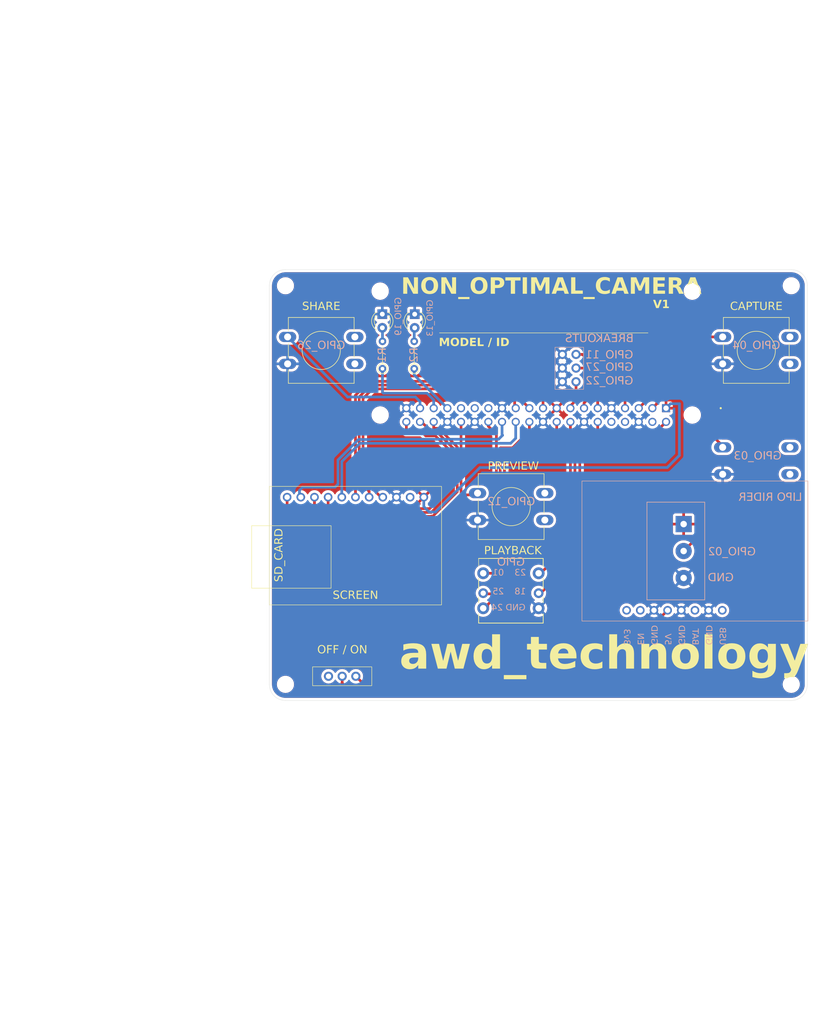
<source format=kicad_pcb>
(kicad_pcb (version 20241229) (generator "pcbnew") (generator_version "9.0")
  (layers (0 "F.Cu" signal) (2 "B.Cu" signal) (13 "F.Paste" user) (15 "B.Paste" user) (5 "F.SilkS" user "F.Silkscreen") (7 "B.SilkS" user "B.Silkscreen") (1 "F.Mask" user) (3 "B.Mask" user) (25 "Edge.Cuts" user))
  (net 0 "")
  (net 2 "GND")
  (net 6 "MISO")
  (net 11 "MOSI")
  (net 15 "Net-(U1-NO)")
  (net 16 "Net-(POW1-5V)")
  (net 18 "GPIO_24")
  (net 19 "GPIO_23")
  (net 20 "GPIO_25")
  (net 21 "CE1")
  (net 22 "CE0")
  (net 23 "SCLK")
  (net 24 "GPIO_15")
  (net 25 "GPIO_18")
  (net 26 "GPIO_20")
  (net 27 "GPIO_01")
  (net 28 "GPIO_21")
  (net 29 "GPIO_16")
  (net 32 "GPIO_19")
  (net 33 "GPIO_13")
  (net 34 "GPIO_26")
  (net 39 "GPIO_12")
  (net 40 "GPIO_02")
  (net 41 "GPIO_03")
  (net 42 "GPIO_04")
  (net 43 "GPIO_22")
  (net 44 "GPIO_27")
  (net 45 "GPIO_11")
  (net 46 "Net-(D1-A)")
  (net 47 "Net-(D2-A)")
  (net 49 "3v3")
  (footprint "Resistor_THT:R_Axial_DIN0204_L3.6mm_D1.6mm_P5.08mm_Vertical" (layer "F.Cu") (at 86.93 78.4 90)
    (property "Reference" "R2" (at 2.54 0 270) (layer "B.SilkS") (effects (font (size 1.5 1.5)) (justify mirror)))
    (property "Value" "R")
    (fp_line (start 0.92 0) (end 4.08 0) (stroke (width 0.12)) (layer "F.SilkS"))
    (fp_circle (center 0 0) (end 0.92 0) (stroke (width 0.12)) (fill no) (layer "F.SilkS"))
    (pad "1" thru_hole circle (at 0 0 90) (size 1.4 1.4) (drill 0.7) (layers "*.Cu" "*.Mask") (net 33 "GPIO_13"))
    (pad "2" thru_hole oval (at 5.08 0 90) (size 1.4 1.4) (drill 0.7) (layers "*.Cu" "*.Mask") (net 47 "Net-(D2-A)"))
  )
  (footprint "camera_base:TFT 1.14" (layer "F.Cu") (at 76.01 108.25 180)
    (property "Reference" "SCREEN" (at 0 -12.25 0) (layer "F.SilkS") (effects (font (size 1.5 1.5) (thickness 0.1))))
    (property "Value" "~")
    (fp_rect (start 4.53 -10.9) (end 19.3 0.7) (stroke (width 0.1)) (fill no) (layer "F.SilkS"))
    (fp_rect (start -16 -14) (end 16 8) (stroke (width 0.1)) (fill no) (layer "F.SilkS"))
    (fp_text user "SD_CARD" (at 13.31 -9.75 90) (layer "F.SilkS") (effects (font (size 1.5 1.5) (thickness 0.1)) (justify left bottom)))
    (pad "1" thru_hole circle (at -12.7 6 180) (size 1.6 1.6) (drill 1) (layers "*.Cu" "*.Mask") (net 49 "3v3"))
    (pad "2" thru_hole circle (at -10.16 6 180) (size 1.6 1.6) (drill 1) (layers "*.Cu" "*.Mask"))
    (pad "3" thru_hole circle (at -7.62 6 180) (size 1.6 1.6) (drill 1) (layers "*.Cu" "*.Mask") (net 2 "GND"))
    (pad "4" thru_hole circle (at -5.08 6 180) (size 1.6 1.6) (drill 1) (layers "*.Cu" "*.Mask") (net 23 "SCLK"))
    (pad "5" thru_hole circle (at -2.54 6 180) (size 1.6 1.6) (drill 1) (layers "*.Cu" "*.Mask") (net 6 "MISO"))
    (pad "6" thru_hole circle (at 0 6 180) (size 1.6 1.6) (drill 1) (layers "*.Cu" "*.Mask") (net 11 "MOSI"))
    (pad "7" thru_hole circle (at 2.54 6 180) (size 1.6 1.6) (drill 1) (layers "*.Cu" "*.Mask") (net 22 "CE0"))
    (pad "8" thru_hole circle (at 5.08 6 180) (size 1.6 1.6) (drill 1) (layers "*.Cu" "*.Mask") (net 28 "GPIO_21"))
    (pad "9" thru_hole circle (at 7.62 6 180) (size 1.6 1.6) (drill 1) (layers "*.Cu" "*.Mask") (net 26 "GPIO_20"))
    (pad "10" thru_hole circle (at 10.16 6 180) (size 1.6 1.6) (drill 1) (layers "*.Cu" "*.Mask") (net 21 "CE1"))
    (pad "11" thru_hole circle (at 12.7 6 180) (size 1.6 1.6) (drill 1) (layers "*.Cu" "*.Mask") (net 29 "GPIO_16"))
  )
  (footprint "Resistor_THT:R_Axial_DIN0204_L3.6mm_D1.6mm_P5.08mm_Vertical" (layer "F.Cu") (at 81.03 78.4 90)
    (property "Reference" "R1" (at 2.54 0 270) (layer "B.SilkS") (effects (font (size 1.5 1.5)) (justify mirror)))
    (property "Value" "R")
    (fp_line (start 0.92 0) (end 4.08 0) (stroke (width 0.12)) (layer "F.SilkS"))
    (fp_circle (center 0 0) (end 0.92 0) (stroke (width 0.12)) (fill no) (layer "F.SilkS"))
    (pad "1" thru_hole circle (at 0 0 90) (size 1.4 1.4) (drill 0.7) (layers "*.Cu" "*.Mask") (net 32 "GPIO_19"))
    (pad "2" thru_hole oval (at 5.08 0 90) (size 1.4 1.4) (drill 0.7) (layers "*.Cu" "*.Mask") (net 46 "Net-(D1-A)"))
  )
  (footprint "camera_base:5D_Button" (layer "F.Cu") (at 104.9 119.625)
    (property "Reference" "S4" (hide yes))
    (property "Value" "~")
    (fp_line (start -6 -6) (end 6 -6) (stroke (width 0.15)) (layer "F.SilkS"))
    (fp_line (start -6 -4.6) (end -6 -6) (stroke (width 0.1)) (layer "F.SilkS"))
    (fp_line (start -6 -2.3) (end -6 -0.3) (stroke (width 0.15)) (layer "F.SilkS"))
    (fp_line (start -6 1.2) (end -6 2.2) (stroke (width 0.15)) (layer "F.SilkS"))
    (fp_line (start -6 4.3) (end -6 6) (stroke (width 0.15)) (layer "F.SilkS"))
    (fp_line (start -6 6) (end 6 6) (stroke (width 0.15)) (layer "F.SilkS"))
    (fp_line (start 6 -6) (end 6 -4.5) (stroke (width 0.15)) (layer "F.SilkS"))
    (fp_line (start 6 -2.3) (end 6 -0.3) (stroke (width 0.15)) (layer "F.SilkS"))
    (fp_line (start 6 1.2) (end 6 2.2) (stroke (width 0.15)) (layer "F.SilkS"))
    (fp_line (start 6 6) (end 6 4.3) (stroke (width 0.15)) (layer "F.SilkS"))
    (fp_text user "GND" (at 2.7 3.825 0) (layer "B.SilkS") (effects (font (size 1.15 1.15) (thickness 0.1)) (justify left bottom mirror)))
    (pad "1" thru_hole circle (at -5.15 -3.25) (size 2.2 2.2) (drill 1.2) (layers "*.Cu" "*.Mask") (net 27 "GPIO_01"))
    (pad "2" thru_hole circle (at -5.15 0.45) (size 1.8 1.8) (drill 1) (layers "*.Cu" "*.Mask") (net 20 "GPIO_25"))
    (pad "3" thru_hole circle (at -5.15 3.25) (size 2.2 2.2) (drill 1.2) (layers "*.Cu" "*.Mask") (net 18 "GPIO_24"))
    (pad "4" thru_hole circle (at 5.15 3.25) (size 2.2 2.2) (drill 1.2) (layers "*.Cu" "*.Mask") (net 2 "GND"))
    (pad "5" thru_hole circle (at 5.15 0.45) (size 1.8 1.8) (drill 1) (layers "*.Cu" "*.Mask") (net 25 "GPIO_18"))
    (pad "6" thru_hole circle (at 5.15 -3.25) (size 2.2 2.2) (drill 1.2) (layers "*.Cu" "*.Mask") (net 19 "GPIO_23"))
  )
  (footprint "RASPBERRY_PI_ZERO_2_W:MODULE_RASPBERRY_PI_ZERO_2_W" (layer "F.Cu") (at 109.6 75.5 180)
    (property "Reference" "J1" (hide yes))
    (property "Value" "Raspberry_Pi_4" (hide yes))
    (fp_circle (center -34.29 -10.23) (end -34.19 -10.23) (stroke (width 0.2)) (fill no) (layer "F.SilkS"))
    (pad "" np_thru_hole circle (at -29 -11.5 180) (size 2.75 2.75) (drill 2.75) (layers "*.Cu" "*.Mask"))
    (pad "" np_thru_hole circle (at -29 11.5 180) (size 2.75 2.75) (drill 2.75) (layers "*.Cu" "*.Mask"))
    (pad "" np_thru_hole circle (at 29 -11.5 180) (size 2.75 2.75) (drill 2.75) (layers "*.Cu" "*.Mask"))
    (pad "" np_thru_hole circle (at 29 11.5 180) (size 2.75 2.75) (drill 2.75) (layers "*.Cu" "*.Mask"))
    (pad "1" thru_hole rect (at -24.13 -10.23 180) (size 1.508 1.508) (drill 1) (layers "*.Cu" "*.Mask") (net 49 "3v3"))
    (pad "2" thru_hole circle (at -24.13 -12.77 180) (size 1.508 1.508) (drill 1) (layers "*.Cu" "*.Mask") (net 15 "Net-(U1-NO)"))
    (pad "3" thru_hole circle (at -21.59 -10.23 180) (size 1.508 1.508) (drill 1) (layers "*.Cu" "*.Mask") (net 40 "GPIO_02"))
    (pad "4" thru_hole circle (at -21.59 -12.77 180) (size 1.508 1.508) (drill 1) (layers "*.Cu" "*.Mask"))
    (pad "5" thru_hole circle (at -19.05 -10.23 180) (size 1.508 1.508) (drill 1) (layers "*.Cu" "*.Mask") (net 41 "GPIO_03"))
    (pad "6" thru_hole circle (at -19.05 -12.77 180) (size 1.508 1.508) (drill 1) (layers "*.Cu" "*.Mask") (net 2 "GND"))
    (pad "7" thru_hole circle (at -16.51 -10.23 180) (size 1.508 1.508) (drill 1) (layers "*.Cu" "*.Mask") (net 42 "GPIO_04"))
    (pad "8" thru_hole circle (at -16.51 -12.77 180) (size 1.508 1.508) (drill 1) (layers "*.Cu" "*.Mask"))
    (pad "9" thru_hole circle (at -13.97 -10.23 180) (size 1.508 1.508) (drill 1) (layers "*.Cu" "*.Mask") (net 2 "GND"))
    (pad "10" thru_hole circle (at -13.97 -12.77 180) (size 1.508 1.508) (drill 1) (layers "*.Cu" "*.Mask") (net 24 "GPIO_15"))
    (pad "11" thru_hole circle (at -11.43 -10.23 180) (size 1.508 1.508) (drill 1) (layers "*.Cu" "*.Mask") (net 45 "GPIO_11"))
    (pad "12" thru_hole circle (at -11.43 -12.77 180) (size 1.508 1.508) (drill 1) (layers "*.Cu" "*.Mask") (net 25 "GPIO_18"))
    (pad "13" thru_hole circle (at -8.89 -10.23 180) (size 1.508 1.508) (drill 1) (layers "*.Cu" "*.Mask") (net 44 "GPIO_27"))
    (pad "14" thru_hole circle (at -8.89 -12.77 180) (size 1.508 1.508) (drill 1) (layers "*.Cu" "*.Mask") (net 2 "GND"))
    (pad "15" thru_hole circle (at -6.35 -10.23 180) (size 1.508 1.508) (drill 1) (layers "*.Cu" "*.Mask") (net 43 "GPIO_22"))
    (pad "16" thru_hole circle (at -6.35 -12.77 180) (size 1.508 1.508) (drill 1) (layers "*.Cu" "*.Mask") (net 19 "GPIO_23"))
    (pad "17" thru_hole circle (at -3.81 -10.23 180) (size 1.508 1.508) (drill 1) (layers "*.Cu" "*.Mask") (net 49 "3v3"))
    (pad "18" thru_hole circle (at -3.81 -12.77 180) (size 1.508 1.508) (drill 1) (layers "*.Cu" "*.Mask") (net 18 "GPIO_24"))
    (pad "19" thru_hole circle (at -1.27 -10.23 180) (size 1.508 1.508) (drill 1) (layers "*.Cu" "*.Mask") (net 11 "MOSI"))
    (pad "20" thru_hole circle (at -1.27 -12.77 180) (size 1.508 1.508) (drill 1) (layers "*.Cu" "*.Mask") (net 2 "GND"))
    (pad "21" thru_hole circle (at 1.27 -10.23 180) (size 1.508 1.508) (drill 1) (layers "*.Cu" "*.Mask") (net 6 "MISO"))
    (pad "22" thru_hole circle (at 1.27 -12.77 180) (size 1.508 1.508) (drill 1) (layers "*.Cu" "*.Mask") (net 20 "GPIO_25"))
    (pad "23" thru_hole circle (at 3.81 -10.23 180) (size 1.508 1.508) (drill 1) (layers "*.Cu" "*.Mask") (net 23 "SCLK"))
    (pad "24" thru_hole circle (at 3.81 -12.77 180) (size 1.508 1.508) (drill 1) (layers "*.Cu" "*.Mask") (net 22 "CE0"))
    (pad "25" thru_hole circle (at 6.35 -10.23 180) (size 1.508 1.508) (drill 1) (layers "*.Cu" "*.Mask") (net 2 "GND"))
    (pad "26" thru_hole circle (at 6.35 -12.77 180) (size 1.508 1.508) (drill 1) (layers "*.Cu" "*.Mask") (net 21 "CE1"))
    (pad "27" thru_hole circle (at 8.89 -10.23 180) (size 1.508 1.508) (drill 1) (layers "*.Cu" "*.Mask"))
    (pad "28" thru_hole circle (at 8.89 -12.77 180) (size 1.508 1.508) (drill 1) (layers "*.Cu" "*.Mask") (net 27 "GPIO_01"))
    (pad "29" thru_hole circle (at 11.43 -10.23 180) (size 1.508 1.508) (drill 1) (layers "*.Cu" "*.Mask"))
    (pad "30" thru_hole circle (at 11.43 -12.77 180) (size 1.508 1.508) (drill 1) (layers "*.Cu" "*.Mask") (net 2 "GND"))
    (pad "31" thru_hole circle (at 13.97 -10.23 180) (size 1.508 1.508) (drill 1) (layers "*.Cu" "*.Mask"))
    (pad "32" thru_hole circle (at 13.97 -12.77 180) (size 1.508 1.508) (drill 1) (layers "*.Cu" "*.Mask") (net 39 "GPIO_12"))
    (pad "33" thru_hole circle (at 16.51 -10.23 180) (size 1.508 1.508) (drill 1) (layers "*.Cu" "*.Mask") (net 33 "GPIO_13"))
    (pad "34" thru_hole circle (at 16.51 -12.77 180) (size 1.508 1.508) (drill 1) (layers "*.Cu" "*.Mask") (net 2 "GND"))
    (pad "35" thru_hole circle (at 19.05 -10.23 180) (size 1.508 1.508) (drill 1) (layers "*.Cu" "*.Mask") (net 32 "GPIO_19"))
    (pad "36" thru_hole circle (at 19.05 -12.77 180) (size 1.508 1.508) (drill 1) (layers "*.Cu" "*.Mask") (net 29 "GPIO_16"))
    (pad "37" thru_hole circle (at 21.59 -10.23 180) (size 1.508 1.508) (drill 1) (layers "*.Cu" "*.Mask") (net 34 "GPIO_26"))
    (pad "38" thru_hole circle (at 21.59 -12.77 180) (size 1.508 1.508) (drill 1) (layers "*.Cu" "*.Mask") (net 26 "GPIO_20"))
    (pad "39" thru_hole circle (at 24.13 -10.23 180) (size 1.508 1.508) (drill 1) (layers "*.Cu" "*.Mask") (net 2 "GND"))
    (pad "40" thru_hole circle (at 24.13 -12.77 180) (size 1.508 1.508) (drill 1) (layers "*.Cu" "*.Mask") (net 28 "GPIO_21"))
  )
  (footprint "camera_base:PUSH_BUTTON_12mm" (layer "F.Cu") (at 69.9 75)
    (property "Reference" "SW5" (hide yes))
    (property "Value" "SW_Push_Dual" (hide yes))
    (fp_line (start -6.36 -6.11) (end -6.36 -3.6) (stroke (width 0.12)) (layer "F.SilkS"))
    (fp_line (start -6.36 -6.11) (end 5.86 -6.11) (stroke (width 0.12)) (layer "F.SilkS"))
    (fp_line (start -6.36 -1.3) (end -6.36 1.3) (stroke (width 0.12)) (layer "F.SilkS"))
    (fp_line (start -6.36 3.6) (end -6.36 6.11) (stroke (width 0.12)) (layer "F.SilkS"))
    (fp_line (start 5.86 -6.11) (end 5.86 -3.6) (stroke (width 0.12)) (layer "F.SilkS"))
    (fp_line (start 5.86 -1.3) (end 5.86 1.3) (stroke (width 0.12)) (layer "F.SilkS"))
    (fp_line (start 5.86 3.6) (end 5.86 6.11) (stroke (width 0.12)) (layer "F.SilkS"))
    (fp_line (start 5.86 6.11) (end -6.36 6.11) (stroke (width 0.12)) (layer "F.SilkS"))
    (fp_circle (center -0.25 0) (end 3.3 0) (stroke (width 0.12)) (fill no) (layer "F.SilkS"))
    (pad "1" thru_hole oval (at -6.5 -2.5) (size 3.2 1.9) (drill 1.3) (layers "*.Cu" "*.Mask") (net 34 "GPIO_26"))
    (pad "2" thru_hole oval (at -6.5 2.5) (size 3.2 1.9) (drill 1.3) (layers "*.Cu" "*.Mask") (net 2 "GND"))
    (pad "3" thru_hole oval (at 6 -2.5) (size 3.2 1.9) (drill 1.3) (layers "*.Cu" "*.Mask"))
    (pad "4" thru_hole oval (at 6 2.5) (size 3.2 1.9) (drill 1.3) (layers "*.Cu" "*.Mask"))
  )
  (footprint "MountingHole:MountingHole_2.7mm_M2.5" (layer "F.Cu") (at 157 63)
    (property "Reference" "H2" (hide yes))
    (property "Value" "MountingHole" (hide yes))
    (pad "" np_thru_hole circle (at 0 0) (size 2.7 2.7) (drill 2.7) (layers "*.Cu" "*.Mask"))
  )
  (footprint "MountingHole:MountingHole_2.7mm_M2.5" (layer "F.Cu") (at 63 63)
    (property "Reference" "H1" (hide yes))
    (property "Value" "MountingHole" (hide yes))
    (pad "" np_thru_hole circle (at 0 0) (size 2.7 2.7) (drill 2.7) (layers "*.Cu" "*.Mask"))
  )
  (footprint "LED_THT:LED_D3.0mm" (layer "F.Cu") (at 81 68.27 -90)
    (property "Reference" "D1" (hide yes))
    (property "Value" "GPIO_19" (at 0.43 -3 90) (layer "B.SilkS") (effects (font (size 1.2 1.2)) (justify mirror)))
    (fp_line (start -0.29 1.08) (end -0.29 1.236) (stroke (width 0.12)) (layer "F.SilkS"))
    (fp_line (start -0.29 -1.236) (end -0.29 -1.08) (stroke (width 0.12)) (layer "F.SilkS"))
    (fp_arc (start 2.941397 1.080061) (mid 1.365624 1.987701) (end -0.29 1.235516) (stroke (width 0.12)) (layer "F.SilkS"))
    (fp_arc (start 2.31091 1.080049) (mid 1.269964 1.5) (end 0.229039 1.08) (stroke (width 0.12)) (layer "F.SilkS"))
    (fp_arc (start 0.229039 -1.08) (mid 1.269964 -1.5) (end 2.31091 -1.080049) (stroke (width 0.12)) (layer "F.SilkS"))
    (fp_arc (start -0.29 -1.235516) (mid 1.365624 -1.987701) (end 2.941397 -1.080061) (stroke (width 0.12)) (layer "F.SilkS"))
    (pad "1" thru_hole rect (at 0 0 270) (size 1.8 1.8) (drill 0.9) (layers "*.Cu" "*.Mask") (net 2 "GND"))
    (pad "2" thru_hole circle (at 2.54 0 270) (size 1.8 1.8) (drill 0.9) (layers "*.Cu" "*.Mask") (net 46 "Net-(D1-A)"))
  )
  (footprint "MountingHole:MountingHole_2.7mm_M2.5" (layer "F.Cu") (at 157 137)
    (property "Reference" "H4" (hide yes))
    (property "Value" "MountingHole" (hide yes))
    (pad "" np_thru_hole circle (at 0 0) (size 2.7 2.7) (drill 2.7) (layers "*.Cu" "*.Mask"))
  )
  (footprint "camera_base:PUSH_BUTTON_12mm" (layer "F.Cu") (at 150.75 95.5)
    (property "Reference" "SW3" (hide yes))
    (property "Value" "SW_Push_Dual" (hide yes))
    (pad "1" thru_hole oval (at -6.5 -2.5) (size 3.2 1.9) (drill 1.3) (layers "*.Cu" "*.Mask") (net 41 "GPIO_03"))
    (pad "2" thru_hole oval (at -6.5 2.5) (size 3.2 1.9) (drill 1.3) (layers "*.Cu" "*.Mask") (net 2 "GND"))
    (pad "3" thru_hole oval (at 6 -2.5) (size 3.2 1.9) (drill 1.3) (layers "*.Cu" "*.Mask"))
    (pad "4" thru_hole oval (at 6 2.5) (size 3.2 1.9) (drill 1.3) (layers "*.Cu" "*.Mask"))
  )
  (footprint "camera_base:PUSH_BUTTON_12mm" (layer "F.Cu") (at 150.75 75)
    (property "Reference" "SW2" (hide yes))
    (property "Value" "SW_Push_Dual" (hide yes))
    (fp_line (start -6.36 -6.11) (end -6.36 -3.6) (stroke (width 0.12)) (layer "F.SilkS"))
    (fp_line (start -6.36 -6.11) (end 5.86 -6.11) (stroke (width 0.12)) (layer "F.SilkS"))
    (fp_line (start -6.36 -1.3) (end -6.36 1.3) (stroke (width 0.12)) (layer "F.SilkS"))
    (fp_line (start -6.36 3.6) (end -6.36 6.11) (stroke (width 0.12)) (layer "F.SilkS"))
    (fp_line (start 5.86 -6.11) (end 5.86 -3.6) (stroke (width 0.12)) (layer "F.SilkS"))
    (fp_line (start 5.86 -1.3) (end 5.86 1.3) (stroke (width 0.12)) (layer "F.SilkS"))
    (fp_line (start 5.86 3.6) (end 5.86 6.11) (stroke (width 0.12)) (layer "F.SilkS"))
    (fp_line (start 5.86 6.11) (end -6.36 6.11) (stroke (width 0.12)) (layer "F.SilkS"))
    (fp_circle (center -0.25 0) (end 3.3 0) (stroke (width 0.12)) (fill no) (layer "F.SilkS"))
    (pad "1" thru_hole oval (at -6.5 -2.5) (size 3.2 1.9) (drill 1.3) (layers "*.Cu" "*.Mask") (net 42 "GPIO_04"))
    (pad "2" thru_hole oval (at -6.5 2.5) (size 3.2 1.9) (drill 1.3) (layers "*.Cu" "*.Mask") (net 2 "GND"))
    (pad "3" thru_hole oval (at 6 -2.5) (size 3.2 1.9) (drill 1.3) (layers "*.Cu" "*.Mask"))
    (pad "4" thru_hole oval (at 6 2.5) (size 3.2 1.9) (drill 1.3) (layers "*.Cu" "*.Mask"))
  )
  (footprint "camera_base:switch" (layer "F.Cu") (at 73.54 135.5 180)
    (property "Reference" "U1" (hide yes))
    (property "Value" "~")
    (fp_rect (start -5.5 -1.75) (end 5.5 1.75) (stroke (width 0.1)) (fill no) (layer "F.SilkS"))
    (fp_text user "OFF / ON" (at 4.64 4 0) (layer "F.SilkS") (effects (font (size 1.5 1.5) (thickness 0.1)) (justify left bottom)))
    (pad "1" thru_hole circle (at 2.54 0 90) (size 1.7 1.7) (drill 1) (layers "*.Cu" "*.Mask"))
    (pad "2" thru_hole circle (at 0 0 90) (size 1.7 1.7) (drill 1) (layers "*.Cu" "*.Mask") (net 16 "Net-(POW1-5V)"))
    (pad "3" thru_hole circle (at -2.54 0 90) (size 1.7 1.7) (drill 1) (layers "*.Cu" "*.Mask") (net 15 "Net-(U1-NO)"))
  )
  (footprint "camera_base:PUSH_BUTTON_12mm" (layer "F.Cu") (at 105.2 104)
    (property "Reference" "SW1" (hide yes))
    (property "Value" "SW_Push_Dual" (hide yes))
    (fp_line (start -6.36 -6.11) (end -6.36 -3.6) (stroke (width 0.12)) (layer "F.SilkS"))
    (fp_line (start -6.36 -6.11) (end 5.86 -6.11) (stroke (width 0.12)) (layer "F.SilkS"))
    (fp_line (start -6.36 -1.3) (end -6.36 1.3) (stroke (width 0.12)) (layer "F.SilkS"))
    (fp_line (start -6.36 3.6) (end -6.36 6.11) (stroke (width 0.12)) (layer "F.SilkS"))
    (fp_line (start 5.86 -6.11) (end 5.86 -3.6) (stroke (width 0.12)) (layer "F.SilkS"))
    (fp_line (start 5.86 -1.3) (end 5.86 1.3) (stroke (width 0.12)) (layer "F.SilkS"))
    (fp_line (start 5.86 3.6) (end 5.86 6.11) (stroke (width 0.12)) (layer "F.SilkS"))
    (fp_line (start 5.86 6.11) (end -6.36 6.11) (stroke (width 0.12)) (layer "F.SilkS"))
    (fp_circle (center -0.25 0) (end 3.3 0) (stroke (width 0.12)) (fill no) (layer "F.SilkS"))
    (pad "1" thru_hole oval (at -6.5 -2.5) (size 3.2 1.9) (drill 1.3) (layers "*.Cu" "*.Mask") (net 39 "GPIO_12"))
    (pad "2" thru_hole oval (at -6.5 2.5) (size 3.2 1.9) (drill 1.3) (layers "*.Cu" "*.Mask") (net 2 "GND"))
    (pad "3" thru_hole oval (at 6 -2.5) (size 3.2 1.9) (drill 1.3) (layers "*.Cu" "*.Mask"))
    (pad "4" thru_hole oval (at 6 2.5) (size 3.2 1.9) (drill 1.3) (layers "*.Cu" "*.Mask"))
  )
  (footprint "Connector_PinHeader_2.54mm:PinHeader_2x03_P2.54mm_Vertical" (layer "F.Cu") (at 117 80.826 180)
    (property "Reference" "J2" (hide yes))
    (property "Value" "Conn_02x03_Odd_Even")
    (fp_rect (start -1.4 -1.4) (end 3.9 6.4) (stroke (width 0.1)) (fill no) (layer "B.SilkS"))
    (pad "1" thru_hole circle (at 0 0 180) (size 1.7 1.7) (drill 1) (layers "*.Cu" "*.Mask") (net 43 "GPIO_22"))
    (pad "2" thru_hole circle (at 2.54 0 180) (size 1.7 1.7) (drill 1) (layers "*.Cu" "*.Mask") (net 2 "GND"))
    (pad "3" thru_hole circle (at 0 2.54 180) (size 1.7 1.7) (drill 1) (layers "*.Cu" "*.Mask") (net 44 "GPIO_27"))
    (pad "4" thru_hole circle (at 2.54 2.54 180) (size 1.7 1.7) (drill 1) (layers "*.Cu" "*.Mask") (net 2 "GND"))
    (pad "5" thru_hole circle (at 0 5.08 180) (size 1.7 1.7) (drill 1) (layers "*.Cu" "*.Mask") (net 45 "GPIO_11"))
    (pad "6" thru_hole circle (at 2.54 5.08 180) (size 1.7 1.7) (drill 1) (layers "*.Cu" "*.Mask") (net 2 "GND"))
  )
  (footprint "MountingHole:MountingHole_2.7mm_M2.5" (layer "F.Cu") (at 63 137)
    (property "Reference" "H3" (hide yes))
    (property "Value" "MountingHole" (hide yes))
    (pad "" np_thru_hole circle (at 0 0) (size 2.7 2.7) (drill 2.7) (layers "*.Cu" "*.Mask"))
  )
  (footprint "LED_THT:LED_D3.0mm" (layer "F.Cu") (at 87.02 68.28 -90)
    (property "Reference" "D2" (hide yes))
    (property "Value" "LED" (hide yes))
    (fp_line (start -0.29 1.08) (end -0.29 1.236) (stroke (width 0.12)) (layer "F.SilkS"))
    (fp_line (start -0.29 -1.236) (end -0.29 -1.08) (stroke (width 0.12)) (layer "F.SilkS"))
    (fp_arc (start 2.941397 1.080061) (mid 1.365624 1.987701) (end -0.29 1.235516) (stroke (width 0.12)) (layer "F.SilkS"))
    (fp_arc (start 2.31091 1.080049) (mid 1.269964 1.5) (end 0.229039 1.08) (stroke (width 0.12)) (layer "F.SilkS"))
    (fp_arc (start 0.229039 -1.08) (mid 1.269964 -1.5) (end 2.31091 -1.080049) (stroke (width 0.12)) (layer "F.SilkS"))
    (fp_arc (start -0.29 -1.235516) (mid 1.365624 -1.987701) (end 2.941397 -1.080061) (stroke (width 0.12)) (layer "F.SilkS"))
    (pad "1" thru_hole rect (at 0 0 270) (size 1.8 1.8) (drill 0.9) (layers "*.Cu" "*.Mask") (net 2 "GND"))
    (pad "2" thru_hole circle (at 2.54 0 270) (size 1.8 1.8) (drill 0.9) (layers "*.Cu" "*.Mask") (net 47 "Net-(D2-A)"))
  )
  (footprint "camera_base:SEED Studio LIPO Rider Plus" (layer "B.Cu") (at 139.1 112.25 180)
    (property "Reference" "LIPO RIDER" (at -14 9.95 0) (layer "B.SilkS") (effects (font (size 1.5 1.5)) (justify mirror)))
    (property "Value" "~")
    (fp_rect (start -21 13) (end 21 -13) (stroke (width 0.1)) (fill no) (layer "B.SilkS"))
    (fp_text user "GND" (at -2.54 -17.45 270) (layer "B.SilkS") (effects (font (size 1.15 1.15) (thickness 0.1)) (justify left mirror)))
    (fp_text user "3v3" (at 12.7 -17.45 270) (layer "B.SilkS") (effects (font (size 1.15 1.15) (thickness 0.1)) (justify left mirror)))
    (fp_text user "5V" (at 5.08 -17.45 270) (layer "B.SilkS") (effects (font (size 1.15 1.15) (thickness 0.1)) (justify left mirror)))
    (fp_text user "GND" (at 7.62 -17.45 270) (layer "B.SilkS") (effects (font (size 1.15 1.15) (thickness 0.1)) (justify left mirror)))
    (fp_text user "BAT" (at 0 -17.45 270) (layer "B.SilkS") (effects (font (size 1.15 1.15) (thickness 0.1)) (justify left mirror)))
    (fp_text user "USB" (at -5.08 -17.45 270) (layer "B.SilkS") (effects (font (size 1.15 1.15) (thickness 0.1)) (justify left mirror)))
    (fp_text user "GND" (at 2.54 -17.45 270) (layer "B.SilkS") (effects (font (size 1.15 1.15) (thickness 0.1)) (justify left mirror)))
    (fp_text user "EN" (at 10.16 -17.45 270) (layer "B.SilkS") (effects (font (size 1.15 1.15) (thickness 0.1)) (justify left mirror)))
    (pad "1" thru_hole circle (at 12.7 -11 180) (size 1.6 1.6) (drill 1) (layers "*.Cu" "*.Mask"))
    (pad "2" thru_hole circle (at 10.16 -11 180) (size 1.6 1.6) (drill 1) (layers "*.Cu" "*.Mask"))
    (pad "3" thru_hole circle (at 7.62 -11 180) (size 1.6 1.6) (drill 1) (layers "*.Cu" "*.Mask") (net 2 "GND"))
    (pad "4" thru_hole circle (at 5.08 -11 180) (size 1.6 1.6) (drill 1) (layers "*.Cu" "*.Mask") (net 16 "Net-(POW1-5V)"))
    (pad "5" thru_hole circle (at 2.54 -11 180) (size 1.6 1.6) (drill 1) (layers "*.Cu" "*.Mask") (net 2 "GND"))
    (pad "6" thru_hole circle (at 0 -11 180) (size 1.6 1.6) (drill 1) (layers "*.Cu" "*.Mask"))
    (pad "7" thru_hole circle (at -2.54 -11 180) (size 1.6 1.6) (drill 1) (layers "*.Cu" "*.Mask") (net 2 "GND"))
    (pad "8" thru_hole circle (at -5.08 -11 180) (size 1.6 1.6) (drill 1) (layers "*.Cu" "*.Mask"))
  )
  (footprint "Potentiometer_THT:Potentiometer_Alps_RK163_Single_Horizontal" (layer "B.Cu") (at 137 107.25 180)
    (property "Reference" "RV1" (hide yes))
    (property "Value" "R_Potentiometer_US" (hide yes))
    (fp_line (start 6.82 4.07) (end -3.92 4.07) (stroke (width 0.12)) (layer "B.SilkS"))
    (fp_line (start 6.82 -14.07) (end 6.82 4.07) (stroke (width 0.12)) (layer "B.SilkS"))
    (fp_line (start 6.82 -14.07) (end -3.92 -14.07) (stroke (width 0.12)) (layer "B.SilkS"))
    (fp_line (start -3.92 -14.07) (end -3.92 4.07) (stroke (width 0.12)) (layer "B.SilkS"))
    (pad "1" thru_hole rect (at 0 0) (size 3 3) (drill 1.2) (layers "*.Cu" "*.Mask") (net 49 "3v3"))
    (pad "2" thru_hole circle (at 0 -5) (size 3 3) (drill 1.2) (layers "*.Cu" "*.Mask") (net 40 "GPIO_02"))
    (pad "3" thru_hole circle (at 0 -10) (size 3 3) (drill 1.2) (layers "*.Cu" "*.Mask") (net 2 "GND"))
  )
  (gr_line (start 91.625 71.75) (end 130.375 71.75) (stroke (width 0.1)) (layer "F.SilkS"))
  (gr_line (start 60 63) (end 60 137) (stroke (width 0.05)) (layer "Edge.Cuts"))
  (gr_line (start 160 63) (end 160 137) (stroke (width 0.05)) (layer "Edge.Cuts"))
  (gr_arc (start 63 140) (mid 60.87868 139.12132) (end 60 137) (stroke (width 0.05)) (layer "Edge.Cuts"))
  (gr_line (start 63 140) (end 157 140) (stroke (width 0.05)) (layer "Edge.Cuts"))
  (gr_arc (start 160 137) (mid 159.12132 139.12132) (end 157 140) (stroke (width 0.05)) (layer "Edge.Cuts"))
  (gr_line (start 63 60) (end 157 60) (stroke (width 0.05)) (layer "Edge.Cuts"))
  (gr_arc (start 157 60) (mid 159.12132 60.87868) (end 160 63) (stroke (width 0.05)) (layer "Edge.Cuts"))
  (gr_arc (start 60 63) (mid 60.87868 60.87868) (end 63 60) (stroke (width 0.05)) (layer "Edge.Cuts"))
  (gr_text "PREVIEW" (at 100.6 97.4 0) (layer "F.SilkS") (effects (font (size 1.5 1.5)) (justify left bottom)))
  (gr_text "NON_OPTIMAL_CAMERA" (at 84.5 65 0) (layer "F.SilkS") (effects (font (size 3 3) (thickness 0.3) (bold yes)) (justify left bottom)))
  (gr_text "SHARE" (at 69.65 67.75 0) (layer "F.SilkS") (effects (font (size 1.5 1.5)) (justify bottom)))
  (gr_text "CAPTURE" (at 150.5 67.75 0) (layer "F.SilkS") (effects (font (size 1.5 1.5)) (justify bottom)))
  (gr_text "MODEL / ID" (at 91.5 74.45 0) (layer "F.SilkS") (effects (font (size 1.5 1.5) (thickness 0.3) (bold yes)) (justify left bottom)))
  (gr_text "awd_technology" (at 84.15 135.1 0) (layer "F.SilkS") (effects (font (size 6 6) (thickness 0.3) (bold yes)) (justify left bottom)))
  (gr_text "PLAYBACK" (at 99.9 113.1 0) (layer "F.SilkS") (effects (font (size 1.5 1.5)) (justify left bottom)))
  (gr_text "V1" (at 134.4 67.4 0) (layer "F.SilkS") (effects (font (size 1.5 1.5) (thickness 0.3) (bold yes)) (justify right bottom)))
  (gr_text "GPIO_13" (at 89.9 69 90) (layer "B.SilkS") (effects (font (size 1.15 1.15)) (justify mirror)))
  (gr_text "24" (at 103.4 123.5 0) (layer "B.SilkS") (effects (font (size 1.2 1.2)) (justify left bottom mirror)))
  (gr_text "GPIO_11" (at 127.621284 76.75 -0) (layer "B.SilkS") (effects (font (size 1.5 1.5) (thickness 0.1)) (justify left bottom mirror)))
  (gr_text "BREAKOUTS" (at 127.7 73.7 0) (layer "B.SilkS") (effects (font (size 1.5 1.5) (thickness 0.1)) (justify left bottom mirror)))
  (gr_text "GPIO_12" (at 104.95 104 0) (layer "B.SilkS") (effects (font (size 1.5 1.5)) (justify bottom mirror)))
  (gr_text "GPIO_03" (at 150.75 95.5 0) (layer "B.SilkS") (effects (font (size 1.5 1.5)) (justify bottom mirror)))
  (gr_text "GPIO_04" (at 150.5 75 0) (layer "B.SilkS") (effects (font (size 1.5 1.5)) (justify bottom mirror)))
  (gr_text "25" (at 103.6 120.5 0) (layer "B.SilkS") (effects (font (size 1.2 1.2)) (justify left bottom mirror)))
  (gr_text "GPIO_02" (at 150.4 113.3 -0) (layer "B.SilkS") (effects (font (size 1.5 1.5)) (justify left bottom mirror)))
  (gr_text "GPIO_22" (at 127.621284 81.576 -0) (layer "B.SilkS") (effects (font (size 1.5 1.5) (thickness 0.1)) (justify left bottom mirror)))
  (gr_text "GPIO_27" (at 127.621284 79.036 -0) (layer "B.SilkS") (effects (font (size 1.5 1.5) (thickness 0.1)) (justify left bottom mirror)))
  (gr_text "18" (at 107.7 120.5 0) (layer "B.SilkS") (effects (font (size 1.2 1.2)) (justify left bottom mirror)))
  (gr_text "GPIO" (at 104.9 115.2 0) (layer "B.SilkS") (effects (font (size 1.5 1.5)) (justify bottom mirror)))
  (gr_text "23" (at 107.7 117 0) (layer "B.SilkS") (effects (font (size 1.2 1.2)) (justify left bottom mirror)))
  (gr_text "01" (at 103.6 117 0) (layer "B.SilkS") (effects (font (size 1.2 1.2)) (justify left bottom mirror)))
  (gr_text "GPIO_26" (at 69.65 75 0) (layer "B.SilkS") (effects (font (size 1.5 1.5)) (justify bottom mirror)))
  (gr_text "GND" (at 146.3 118.1 -0) (layer "B.SilkS") (effects (font (size 1.5 1.5)) (justify left bottom mirror)))
  (segment (start 78.55 101.1695) (end 76.711 99.3305) (width 0.5) (layer "F.Cu") (net 6))
  (segment (start 76.711 83.630364) (end 78.890364 81.451) (width 0.5) (layer "F.Cu") (net 6))
  (segment (start 78.890364 81.451) (end 105.890364 81.451) (width 0.5) (layer "F.Cu") (net 6))
  (segment (start 76.711 99.3305) (end 76.711 83.630364) (width 0.5) (layer "F.Cu") (net 6))
  (segment (start 106.301 81.861636) (end 106.301 83.701) (width 0.5) (layer "F.Cu") (net 6))
  (segment (start 78.55 102.5805) (end 78.55 101.1695) (width 0.5) (layer "F.Cu") (net 6))
  (segment (start 105.890364 81.451) (end 106.301 81.861636) (width 0.5) (layer "F.Cu") (net 6))
  (segment (start 106.301 83.701) (end 108.33 85.73) (width 0.5) (layer "F.Cu") (net 6))
  (segment (start 107.1 81.669272) (end 107.1 83.25) (width 0.5) (layer "F.Cu") (net 11))
  (segment (start 76.01 83.34) (end 78.6 80.75) (width 0.5) (layer "F.Cu") (net 11))
  (segment (start 107.1 83.25) (end 107.6 83.75) (width 0.5) (layer "F.Cu") (net 11))
  (segment (start 106.180728 80.75) (end 107.1 81.669272) (width 0.5) (layer "F.Cu") (net 11))
  (segment (start 110.87 84.27) (end 110.87 85.73) (width 0.5) (layer "F.Cu") (net 11))
  (segment (start 110.35 83.75) (end 110.87 84.27) (width 0.5) (layer "F.Cu") (net 11))
  (segment (start 78.6 80.75) (end 106.180728 80.75) (width 0.5) (layer "F.Cu") (net 11))
  (segment (start 107.6 83.75) (end 110.35 83.75) (width 0.5) (layer "F.Cu") (net 11))
  (segment (start 76.01 102.25) (end 76.01 83.34) (width 0.5) (layer "F.Cu") (net 11))
  (segment (start 118.75 91.5) (end 117.701 92.549) (width 0.5) (layer "F.Cu") (net 15))
  (segment (start 113.251 136.799) (end 77.379 136.799) (width 0.5) (layer "F.Cu") (net 15))
  (segment (start 113.251 116.149) (end 113.251 136.799) (width 0.5) (layer "F.Cu") (net 15))
  (segment (start 130.5 91.5) (end 118.75 91.5) (width 0.5) (layer "F.Cu") (net 15))
  (segment (start 117.701 92.549) (end 117.701 111.699) (width 0.5) (layer "F.Cu") (net 15))
  (segment (start 133.73 88.27) (end 130.5 91.5) (width 0.5) (layer "F.Cu") (net 15))
  (segment (start 117.701 111.699) (end 113.251 116.149) (width 0.5) (layer "F.Cu") (net 15))
  (segment (start 77.379 136.799) (end 76.08 135.5) (width 0.5) (layer "F.Cu") (net 15))
  (segment (start 74.25 137.5) (end 73.5 136.75) (width 0.5) (layer "F.Cu") (net 16))
  (segment (start 119.77 137.5) (end 74.25 137.5) (width 0.5) (layer "F.Cu") (net 16))
  (segment (start 73.54 136.71) (end 73.54 135.5) (width 0.5) (layer "F.Cu") (net 16))
  (segment (start 134.02 123.25) (end 119.77 137.5) (width 0.5) (layer "F.Cu") (net 16))
  (segment (start 73.5 136.75) (end 73.54 136.71) (width 0.5) (layer "F.Cu") (net 16))
  (segment (start 103.7 120.1) (end 103.691364 120.1) (width 0.5) (layer "F.Cu") (net 18))
  (segment (start 107.283182 92.008182) (end 105.490364 93.801) (width 0.5) (layer "F.Cu") (net 18))
  (segment (start 113.41 88.27) (end 113.41 90.71) (width 0.5) (layer "F.Cu") (net 18))
  (segment (start 100.6 122.2) (end 100.6 123) (width 0.5) (layer "F.Cu") (net 18))
  (segment (start 103.7 93.801) (end 103.7 120.1) (width 0.5) (layer "F.Cu") (net 18))
  (segment (start 113.425 90.725) (end 112.141818 92.008182) (width 0.5) (layer "F.Cu") (net 18))
  (segment (start 112.141818 92.008182) (end 107.283182 92.008182) (width 0.5) (layer "F.Cu") (net 18))
  (segment (start 113.41 90.71) (end 113.425 90.725) (width 0.5) (layer "F.Cu") (net 18))
  (segment (start 105.490364 93.801) (end 103.7 93.801) (width 0.5) (layer "F.Cu") (net 18))
  (segment (start 102.890364 120.901) (end 101.899 120.901) (width 0.5) (layer "F.Cu") (net 18))
  (segment (start 101.899 120.901) (end 100.6 122.2) (width 0.5) (layer "F.Cu") (net 18))
  (segment (start 103.691364 120.1) (end 102.890364 120.901) (width 0.5) (layer "F.Cu") (net 18))
  (segment (start 115.95 110.85) (end 115.95 88.27) (width 0.5) (layer "F.Cu") (net 19))
  (segment (start 110.5 116.3) (end 115.95 110.85) (width 0.5) (layer "F.Cu") (net 19))
  (segment (start 108.075 91.25) (end 108.33 90.995) (width 0.5) (layer "F.Cu") (net 20))
  (segment (start 102.6 120.2) (end 102.9 119.9) (width 0.5) (layer "F.Cu") (net 20))
  (segment (start 108.33 90.995) (end 108.33 88.27) (width 0.5) (layer "F.Cu") (net 20))
  (segment (start 102.975 93.1) (end 105.2 93.1) (width 0.5) (layer "F.Cu") (net 20))
  (segment (start 102.9 93.175) (end 102.975 93.1) (width 0.5) (layer "F.Cu") (net 20))
  (segment (start 100.6 120.2) (end 102.6 120.2) (width 0.5) (layer "F.Cu") (net 20))
  (segment (start 107.05 91.25) (end 108.075 91.25) (width 0.5) (layer "F.Cu") (net 20))
  (segment (start 105.2 93.1) (end 107.05 91.25) (width 0.5) (layer "F.Cu") (net 20))
  (segment (start 102.9 119.9) (end 102.9 93.175) (width 0.5) (layer "F.Cu") (net 20))
  (segment (start 72.769 99.831) (end 72.2 100.4) (width 0.5) (layer "B.Cu") (net 21))
  (segment (start 66.1805 100.4) (end 65.6 100.9805) (width 0.5) (layer "B.Cu") (net 21))
  (segment (start 103.35 90.75) (end 102.6 91.5) (width 0.5) (layer "B.Cu") (net 21))
  (segment (start 103.25 88.27) (end 103.25 90.65) (width 0.5) (layer "B.Cu") (net 21))
  (segment (start 72.769 95.339636) (end 72.769 99.831) (width 0.5) (layer "B.Cu") (net 21))
  (segment (start 78.85 91.5) (end 78.801 91.549) (width 0.5) (layer "B.Cu") (net 21))
  (segment (start 103.25 90.65) (end 103.35 90.75) (width 0.5) (layer "B.Cu") (net 21))
  (segment (start 78.801 91.549) (end 76.559636 91.549) (width 0.5) (layer "B.Cu") (net 21))
  (segment (start 65.6 100.9805) (end 65.6 102.5805) (width 0.5) (layer "B.Cu") (net 21))
  (segment (start 76.559636 91.549) (end 72.769 95.339636) (width 0.5) (layer "B.Cu") (net 21))
  (segment (start 102.6 91.5) (end 78.85 91.5) (width 0.5) (layer "B.Cu") (net 21))
  (segment (start 72.2 100.4) (end 66.1805 100.4) (width 0.5) (layer "B.Cu") (net 21))
  (segment (start 65.6 102.5805) (end 65.85 102.5805) (width 0.5) (layer "B.Cu") (net 21))
  (segment (start 76.85 92.25) (end 104.85 92.25) (width 0.5) (layer "B.Cu") (net 22))
  (segment (start 73.47 95.63) (end 76.85 92.25) (width 0.5) (layer "B.Cu") (net 22))
  (segment (start 105.79 91.31) (end 105.79 88.27) (width 0.5) (layer "B.Cu") (net 22))
  (segment (start 104.85 92.25) (end 105.79 91.31) (width 0.5) (layer "B.Cu") (net 22))
  (segment (start 73.47 95.63) (end 73.47 102.25) (width 0.5) (layer "B.Cu") (net 22))
  (segment (start 77.412 98.9025) (end 77.412 83.920728) (width 0.5) (layer "F.Cu") (net 23))
  (segment (start 81.09 102.5805) (end 77.412 98.9025) (width 0.5) (layer "F.Cu") (net 23))
  (segment (start 105.6 82.152) (end 105.6 85.54) (width 0.5) (layer "F.Cu") (net 23))
  (segment (start 77.412 83.920728) (end 79.180728 82.152) (width 0.5) (layer "F.Cu") (net 23))
  (segment (start 105.6 85.54) (end 105.79 85.73) (width 0.5) (layer "F.Cu") (net 23))
  (segment (start 79.180728 82.152) (end 105.6 82.152) (width 0.5) (layer "F.Cu") (net 23))
  (segment (start 121.03 88.27) (end 121.03 90.405) (width 0.5) (layer "F.Cu") (net 25))
  (segment (start 112.55 115.75) (end 116.55 111.75) (width 0.5) (layer "F.Cu") (net 25))
  (segment (start 110.5 120) (end 112.55 117.95) (width 0.5) (layer "F.Cu") (net 25))
  (segment (start 116.55 111.75) (end 116.8 111.5) (width 0.5) (layer "F.Cu") (net 25))
  (segment (start 121.03 90.405) (end 121.05 90.425) (width 0.5) (layer "F.Cu") (net 25))
  (segment (start 118.225 90.425) (end 116.8 91.85) (width 0.5) (layer "F.Cu") (net 25))
  (segment (start 112.55 117.95) (end 112.55 115.75) (width 0.5) (layer "F.Cu") (net 25))
  (segment (start 121.05 90.425) (end 118.225 90.425) (width 0.5) (layer "F.Cu") (net 25))
  (segment (start 116.8 91.85) (end 116.8 111.5) (width 0.5) (layer "F.Cu") (net 25))
  (segment (start 94.228 100.943864) (end 94.228 93.228) (width 0.5) (layer "F.Cu") (net 26))
  (segment (start 91.176 90.176) (end 89.367364 90.176) (width 0.5) (layer "F.Cu") (net 26))
  (segment (start 89.3 89.3) (end 88.27 88.27) (width 0.5) (layer "F.Cu") (net 26))
  (segment (start 68.39 104.6205) (end 68.85 105.0805) (width 0.5) (layer "F.Cu") (net 26))
  (segment (start 68.85 105.0805) (end 90.091364 105.0805) (width 0.5) (layer "F.Cu") (net 26))
  (segment (start 88.27 88.27) (end 88.01 88.27) (width 0.5) (layer "F.Cu") (net 26))
  (segment (start 90.091364 105.0805) (end 94.228 100.943864) (width 0.5) (layer "F.Cu") (net 26))
  (segment (start 89.3 90.108636) (end 89.3 89.3) (width 0.5) (layer "F.Cu") (net 26))
  (segment (start 94.228 93.228) (end 91.176 90.176) (width 0.5) (layer "F.Cu") (net 26))
  (segment (start 89.367364 90.176) (end 89.3 90.108636) (width 0.5) (layer "F.Cu") (net 26))
  (segment (start 68.39 102.5805) (end 68.39 104.6205) (width 0.5) (layer "F.Cu") (net 26))
  (segment (start 102.199 115.801) (end 101.625 116.375) (width 0.5) (layer "F.Cu") (net 27))
  (segment (start 100.71 89.09) (end 102.199 90.579) (width 0.5) (layer "F.Cu") (net 27))
  (segment (start 102.199 90.579) (end 102.199 115.801) (width 0.5) (layer "F.Cu") (net 27))
  (segment (start 100.71 88.27) (end 100.71 89.09) (width 0.5) (layer "F.Cu") (net 27))
  (segment (start 101.625 116.375) (end 99.75 116.375) (width 0.5) (layer "F.Cu") (net 27))
  (segment (start 88.4 90.2) (end 85.4 90.2) (width 0.5) (layer "F.Cu") (net 28))
  (segment (start 71.149 104.3795) (end 89.801 104.3795) (width 0.5) (layer "F.Cu") (net 28))
  (segment (start 93.527 100.6535) (end 93.527 93.527) (width 0.5) (layer "F.Cu") (net 28))
  (segment (start 89.801 104.3795) (end 93.527 100.6535) (width 0.5) (layer "F.Cu") (net 28))
  (segment (start 89.077 90.877) (end 88.4 90.2) (width 0.5) (layer "F.Cu") (net 28))
  (segment (start 93.527 93.527) (end 90.877 90.877) (width 0.5) (layer "F.Cu") (net 28))
  (segment (start 70.93 104.1605) (end 71.149 104.3795) (width 0.5) (layer "F.Cu") (net 28))
  (segment (start 85.47 90.13) (end 85.47 88.27) (width 0.5) (layer "F.Cu") (net 28))
  (segment (start 85.4 90.2) (end 85.47 90.13) (width 0.5) (layer "F.Cu") (net 28))
  (segment (start 70.93 102.5805) (end 70.93 104.1605) (width 0.5) (layer "F.Cu") (net 28))
  (segment (start 90.877 90.877) (end 89.077 90.877) (width 0.5) (layer "F.Cu") (net 28))
  (segment (start 64.35 105.8305) (end 90.1 105.8305) (width 0.5) (layer "F.Cu") (net 29))
  (segment (start 90.1 105.8305) (end 90.1 105.7815) (width 0.5) (layer "F.Cu") (net 29))
  (segment (start 90.55 89.45) (end 90.55 88.27) (width 0.5) (layer "F.Cu") (net 29))
  (segment (start 91.475 89.475) (end 90.575 89.475) (width 0.5) (layer "F.Cu") (net 29))
  (segment (start 94.929 92.929) (end 91.475 89.475) (width 0.5) (layer "F.Cu") (net 29))
  (segment (start 63.31 102.5805) (end 63.31 104.7905) (width 0.5) (layer "F.Cu") (net 29))
  (segment (start 90.575 89.475) (end 90.55 89.45) (width 0.5) (layer "F.Cu") (net 29))
  (segment (start 90.1 105.7815) (end 90.381728 105.7815) (width 0.5) (layer "F.Cu") (net 29))
  (segment (start 94.929 101.234228) (end 94.929 92.929) (width 0.5) (layer "F.Cu") (net 29))
  (segment (start 90.381728 105.7815) (end 94.929 101.234228) (width 0.5) (layer "F.Cu") (net 29))
  (segment (start 63.31 104.7905) (end 64.35 105.8305) (width 0.5) (layer "F.Cu") (net 29))
  (segment (start 89.299 82.949) (end 90.55 84.2) (width 0.5) (layer "B.Cu") (net 32))
  (segment (start 81.21 82.949) (end 89.299 82.949) (width 0.5) (layer "B.Cu") (net 32))
  (segment (start 81.03 78.4) (end 81.03 82.769) (width 0.5) (layer "B.Cu") (net 32))
  (segment (start 81.03 82.769) (end 81.21 82.949) (width 0.5) (layer "B.Cu") (net 32))
  (segment (start 90.55 84.2) (end 90.55 85.73) (width 0.5) (layer "B.Cu") (net 32))
  (segment (start 86.93 78.4) (end 86.93 79.57) (width 0.5) (layer "B.Cu") (net 33))
  (segment (start 86.93 79.57) (end 93.09 85.73) (width 0.5) (layer "B.Cu") (net 33))
  (segment (start 63.4 72.5) (end 74.55 83.65) (width 0.5) (layer "B.Cu") (net 34))
  (segment (start 74.55 83.65) (end 87.15 83.65) (width 0.5) (layer "B.Cu") (net 34))
  (segment (start 88.01 84.51) (end 88.01 85.73) (width 0.5) (layer "B.Cu") (net 34))
  (segment (start 87.15 83.65) (end 88.01 84.51) (width 0.5) (layer "B.Cu") (net 34))
  (segment (start 96.025 101.8305) (end 96 101.8555) (width 0.5) (layer "F.Cu") (net 39))
  (segment (start 95.63 88.27) (end 95.63 101.4855) (width 0.5) (layer "F.Cu") (net 39))
  (segment (start 96 101.8555) (end 95.63 101.4855) (width 0.5) (layer "F.Cu") (net 39))
  (segment (start 98.7 101.8305) (end 96.025 101.8305) (width 0.5) (layer "F.Cu") (net 39))
  (segment (start 132 84.92) (end 132 83.371364) (width 0.5) (layer "F.Cu") (net 40))
  (segment (start 135.371364 80) (end 138.258636 80) (width 0.5) (layer "F.Cu") (net 40))
  (segment (start 132 83.371364) (end 135.371364 80) (width 0.5) (layer "F.Cu") (net 40))
  (segment (start 131.19 85.73) (end 132 84.92) (width 0.5) (layer "F.Cu") (net 40))
  (segment (start 141.25 108) (end 137 112.25) (width 0.5) (layer "F.Cu") (net 40))
  (segment (start 138.258636 80) (end 141.258636 83) (width 0.5) (layer "F.Cu") (net 40))
  (segment (start 141.258636 83) (end 141.25 83.008636) (width 0.5) (layer "F.Cu") (net 40))
  (segment (start 141.25 83.008636) (end 141.25 108) (width 0.5) (layer "F.Cu") (net 40))
  (segment (start 141.951 83.299) (end 141.951 90.451) (width 0.5) (layer "F.Cu") (net 41))
  (segment (start 141.959636 82.709636) (end 141.959636 83.290364) (width 0.5) (layer "F.Cu") (net 41))
  (segment (start 138.5 79.25) (end 141.959636 82.709636) (width 0.5) (layer "F.Cu") (net 41))
  (segment (start 128.65 85.73) (end 135.13 79.25) (width 0.5) (layer "F.Cu") (net 41))
  (segment (start 135.13 79.25) (end 138.5 79.25) (width 0.5) (layer "F.Cu") (net 41))
  (segment (start 141.951 90.451) (end 144.5 93) (width 0.5) (layer "F.Cu") (net 41))
  (segment (start 141.959636 83.290364) (end 141.951 83.299) (width 0.5) (layer "F.Cu") (net 41))
  (segment (start 144.25 72.5) (end 140.5 72.5) (width 0.5) (layer "F.Cu") (net 42))
  (segment (start 129.2 83.8) (end 126.5 83.8) (width 0.5) (layer "F.Cu") (net 42))
  (segment (start 126.5 83.8) (end 126.11 84.19) (width 0.5) (layer "F.Cu") (net 42))
  (segment (start 140.5 72.5) (end 129.2 83.8) (width 0.5) (layer "F.Cu") (net 42))
  (segment (start 126.11 84.19) (end 126.11 85.73) (width 0.5) (layer "F.Cu") (net 42))
  (segment (start 115.95 85.3) (end 117 84.25) (width 0.5) (layer "F.Cu") (net 43))
  (segment (start 117 84.25) (end 117 80.826) (width 0.5) (layer "F.Cu") (net 43))
  (segment (start 115.95 85.73) (end 115.95 85.3) (width 0.5) (layer "F.Cu") (net 43))
  (segment (start 118.49 85.73) (end 118.49 84.76) (width 0.5) (layer "F.Cu") (net 44))
  (segment (start 119.25 78.75) (end 118.75 78.25) (width 0.5) (layer "F.Cu") (net 44))
  (segment (start 118.714 78.286) (end 117 78.286) (width 0.5) (layer "F.Cu") (net 44))
  (segment (start 118.49 84.76) (end 119.25 84) (width 0.5) (layer "F.Cu") (net 44))
  (segment (start 119.25 84) (end 119.25 78.75) (width 0.5) (layer "F.Cu") (net 44))
  (segment (start 118.75 78.25) (end 118.714 78.286) (width 0.5) (layer "F.Cu") (net 44))
  (segment (start 121.03 84.28) (end 119.951 83.201) (width 0.5) (layer "F.Cu") (net 45))
  (segment (start 119.951 83.201) (end 119.951 77.494919) (width 0.5) (layer "F.Cu") (net 45))
  (segment (start 118.202081 75.746) (end 117 75.746) (width 0.5) (layer "F.Cu") (net 45))
  (segment (start 119.951 77.494919) (end 118.202081 75.746) (width 0.5) (layer "F.Cu") (net 45))
  (segment (start 121.03 85.73) (end 121.03 84.28) (width 0.5) (layer "F.Cu") (net 45))
  (segment (start 81.03 70.84) (end 81 70.81) (width 0.5) (layer "B.Cu") (net 46))
  (segment (start 81.03 73.32) (end 81.03 70.84) (width 0.5) (layer "B.Cu") (net 46))
  (segment (start 86.93 73.32) (end 86.93 70.91) (width 0.5) (layer "B.Cu") (net 47))
  (segment (start 86.93 70.91) (end 87.02 70.82) (width 0.5) (layer "B.Cu") (net 47))
  (segment (start 133.73 85.98) (end 133.75 86) (width 0.5) (layer "F.Cu") (net 49))
  (segment (start 133.73 85.73) (end 133.73 85.98) (width 0.5) (layer "F.Cu") (net 49))
  (segment (start 88.71 104.01) (end 89.7 105) (width 0.5) (layer "B.Cu") (net 49))
  (segment (start 136.2 94.5) (end 136.2 84.9) (width 0.5) (layer "B.Cu") (net 49))
  (segment (start 136.2 84.9) (end 134.56 84.9) (width 0.5) (layer "B.Cu") (net 49))
  (segment (start 89.7 105) (end 90.9 105) (width 0.5) (layer "B.Cu") (net 49))
  (segment (start 133.95 96.75) (end 136.2 94.5) (width 0.5) (layer "B.Cu") (net 49))
  (segment (start 134.56 84.9) (end 133.73 85.73) (width 0.5) (layer "B.Cu") (net 49))
  (segment (start 90.9 105) (end 99.15 96.75) (width 0.5) (layer "B.Cu") (net 49))
  (segment (start 88.71 102.5805) (end 88.75 102.5805) (width 0.5) (layer "B.Cu") (net 49))
  (segment (start 88.71 102.25) (end 88.71 104.01) (width 0.5) (layer "B.Cu") (net 49))
  (segment (start 99.15 96.75) (end 133.95 96.75) (width 0.5) (layer "B.Cu") (net 49))
  (zone (net 49) (net_name "3v3") (layer "F.Cu") (priority 1) (connect_pads (clearance 0.5)) (min_thickness 0.25) (fill yes (thermal_gap 0.5) (thermal_bridge_width 0.5))
    (polygon (pts (xy 56.48497 52.5) (xy 56.75 149.25) (xy 165.5 149.5) (xy 165.5 53)))
  )
  (zone (net 2) (net_name "GND") (layer "B.Cu") (connect_pads (clearance 0.5)) (min_thickness 0.25) (fill yes (thermal_gap 0.5) (thermal_bridge_width 0.5))
    (polygon (pts (xy 56 53) (xy 165.5 53) (xy 165.25 149.75) (xy 56.75 149) (xy 56.25 67)))
  )
)
</source>
